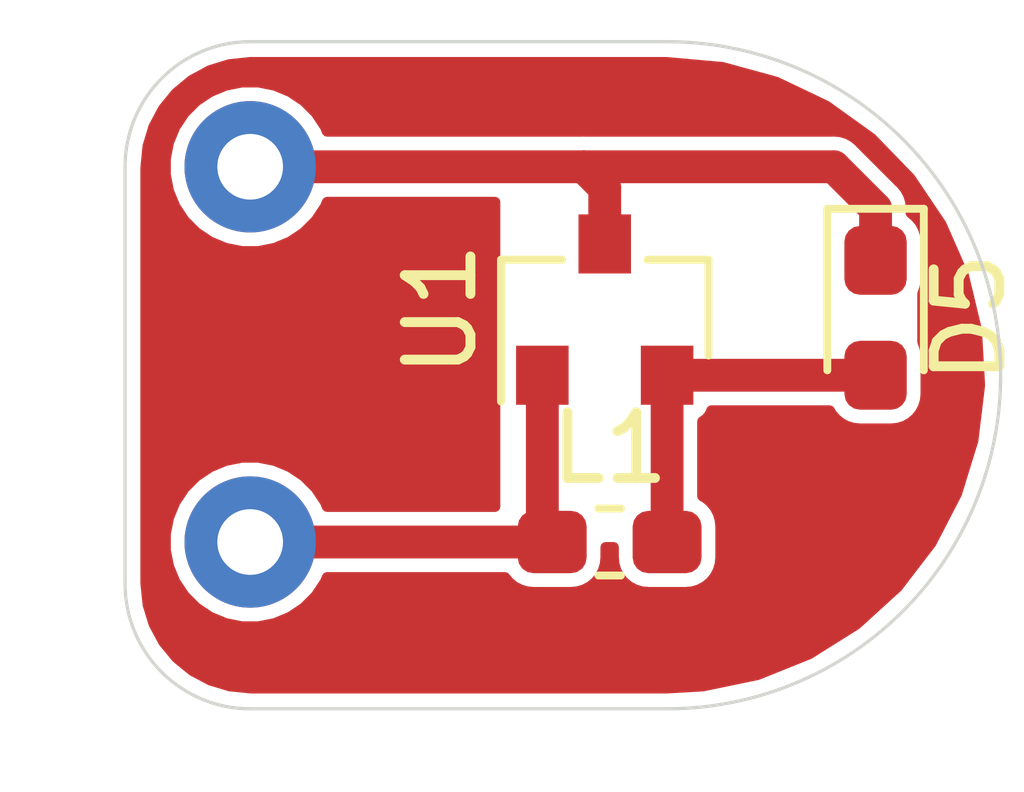
<source format=kicad_pcb>
(kicad_pcb (version 20171130) (host pcbnew "(5.1.9)-1")

  (general
    (thickness 1.6)
    (drawings 6)
    (tracks 13)
    (zones 0)
    (modules 3)
    (nets 4)
  )

  (page A4)
  (layers
    (0 F.Cu signal)
    (31 B.Cu signal)
    (32 B.Adhes user)
    (33 F.Adhes user)
    (34 B.Paste user)
    (35 F.Paste user)
    (36 B.SilkS user)
    (37 F.SilkS user)
    (38 B.Mask user)
    (39 F.Mask user)
    (40 Dwgs.User user)
    (41 Cmts.User user)
    (42 Eco1.User user)
    (43 Eco2.User user)
    (44 Edge.Cuts user)
    (45 Margin user)
    (46 B.CrtYd user)
    (47 F.CrtYd user)
    (48 B.Fab user)
    (49 F.Fab user hide)
  )

  (setup
    (last_trace_width 0.5)
    (user_trace_width 0.5)
    (trace_clearance 0.2)
    (zone_clearance 0.208)
    (zone_45_only no)
    (trace_min 0.2)
    (via_size 0.8)
    (via_drill 0.4)
    (via_min_size 0.4)
    (via_min_drill 0.3)
    (uvia_size 0.3)
    (uvia_drill 0.1)
    (uvias_allowed no)
    (uvia_min_size 0.2)
    (uvia_min_drill 0.1)
    (edge_width 0.05)
    (segment_width 0.2)
    (pcb_text_width 0.3)
    (pcb_text_size 1.5 1.5)
    (mod_edge_width 0.12)
    (mod_text_size 1 1)
    (mod_text_width 0.15)
    (pad_size 1.524 1.524)
    (pad_drill 0.762)
    (pad_to_mask_clearance 0)
    (aux_axis_origin 108.585 80.645)
    (visible_elements 7FFFFFFF)
    (pcbplotparams
      (layerselection 0x010fc_ffffffff)
      (usegerberextensions false)
      (usegerberattributes true)
      (usegerberadvancedattributes true)
      (creategerberjobfile true)
      (excludeedgelayer true)
      (linewidth 0.100000)
      (plotframeref false)
      (viasonmask false)
      (mode 1)
      (useauxorigin false)
      (hpglpennumber 1)
      (hpglpenspeed 20)
      (hpglpendiameter 15.000000)
      (psnegative false)
      (psa4output false)
      (plotreference true)
      (plotvalue true)
      (plotinvisibletext false)
      (padsonsilk false)
      (subtractmaskfromsilk false)
      (outputformat 1)
      (mirror false)
      (drillshape 0)
      (scaleselection 1)
      (outputdirectory "gerbers/"))
  )

  (net 0 "")
  (net 1 "Net-(D1-Pad2)")
  (net 2 "Net-(D2-Pad1)")
  (net 3 "Net-(D5-Pad2)")

  (net_class Default "This is the default net class."
    (clearance 0.2)
    (trace_width 0.25)
    (via_dia 0.8)
    (via_drill 0.4)
    (uvia_dia 0.3)
    (uvia_drill 0.1)
    (add_net "Net-(D1-Pad2)")
    (add_net "Net-(D2-Pad1)")
    (add_net "Net-(D5-Pad2)")
  )

  (module Package_TO_SOT_SMD:SOT-23 (layer F.Cu) (tedit 5A02FF57) (tstamp 5FF8DC16)
    (at 115.89 73.93 90)
    (descr "SOT-23, Standard")
    (tags SOT-23)
    (path /5FF6E683)
    (attr smd)
    (fp_text reference U1 (at 0 -2.5 90) (layer F.SilkS)
      (effects (font (size 1 1) (thickness 0.15)))
    )
    (fp_text value ZXSC380 (at 0 2.5 90) (layer F.Fab)
      (effects (font (size 1 1) (thickness 0.15)))
    )
    (fp_line (start 0.76 1.58) (end -0.7 1.58) (layer F.SilkS) (width 0.12))
    (fp_line (start 0.76 -1.58) (end -1.4 -1.58) (layer F.SilkS) (width 0.12))
    (fp_line (start -1.7 1.75) (end -1.7 -1.75) (layer F.CrtYd) (width 0.05))
    (fp_line (start 1.7 1.75) (end -1.7 1.75) (layer F.CrtYd) (width 0.05))
    (fp_line (start 1.7 -1.75) (end 1.7 1.75) (layer F.CrtYd) (width 0.05))
    (fp_line (start -1.7 -1.75) (end 1.7 -1.75) (layer F.CrtYd) (width 0.05))
    (fp_line (start 0.76 -1.58) (end 0.76 -0.65) (layer F.SilkS) (width 0.12))
    (fp_line (start 0.76 1.58) (end 0.76 0.65) (layer F.SilkS) (width 0.12))
    (fp_line (start -0.7 1.52) (end 0.7 1.52) (layer F.Fab) (width 0.1))
    (fp_line (start 0.7 -1.52) (end 0.7 1.52) (layer F.Fab) (width 0.1))
    (fp_line (start -0.7 -0.95) (end -0.15 -1.52) (layer F.Fab) (width 0.1))
    (fp_line (start -0.15 -1.52) (end 0.7 -1.52) (layer F.Fab) (width 0.1))
    (fp_line (start -0.7 -0.95) (end -0.7 1.5) (layer F.Fab) (width 0.1))
    (fp_text user %R (at 0 0) (layer F.Fab)
      (effects (font (size 0.5 0.5) (thickness 0.075)))
    )
    (pad 1 smd rect (at -1 -0.95 90) (size 0.9 0.8) (layers F.Cu F.Paste F.Mask)
      (net 1 "Net-(D1-Pad2)"))
    (pad 2 smd rect (at -1 0.95 90) (size 0.9 0.8) (layers F.Cu F.Paste F.Mask)
      (net 3 "Net-(D5-Pad2)"))
    (pad 3 smd rect (at 1 0 90) (size 0.9 0.8) (layers F.Cu F.Paste F.Mask)
      (net 2 "Net-(D2-Pad1)"))
    (model ${KISYS3DMOD}/Package_TO_SOT_SMD.3dshapes/SOT-23.wrl
      (at (xyz 0 0 0))
      (scale (xyz 1 1 1))
      (rotate (xyz 0 0 0))
    )
  )

  (module Inductor_SMD:L_0603_1608Metric_Pad1.05x0.95mm_HandSolder (layer F.Cu) (tedit 5F68FEF0) (tstamp 5FF8DC01)
    (at 115.965 77.47)
    (descr "Inductor SMD 0603 (1608 Metric), square (rectangular) end terminal, IPC_7351 nominal with elongated pad for handsoldering. (Body size source: http://www.tortai-tech.com/upload/download/2011102023233369053.pdf), generated with kicad-footprint-generator")
    (tags "inductor handsolder")
    (path /5FF67AED)
    (attr smd)
    (fp_text reference L1 (at 0 -1.43) (layer F.SilkS)
      (effects (font (size 1 1) (thickness 0.15)))
    )
    (fp_text value 100uH (at 0 1.43) (layer F.Fab)
      (effects (font (size 1 1) (thickness 0.15)))
    )
    (fp_line (start 1.65 0.73) (end -1.65 0.73) (layer F.CrtYd) (width 0.05))
    (fp_line (start 1.65 -0.73) (end 1.65 0.73) (layer F.CrtYd) (width 0.05))
    (fp_line (start -1.65 -0.73) (end 1.65 -0.73) (layer F.CrtYd) (width 0.05))
    (fp_line (start -1.65 0.73) (end -1.65 -0.73) (layer F.CrtYd) (width 0.05))
    (fp_line (start -0.171267 0.51) (end 0.171267 0.51) (layer F.SilkS) (width 0.12))
    (fp_line (start -0.171267 -0.51) (end 0.171267 -0.51) (layer F.SilkS) (width 0.12))
    (fp_line (start 0.8 0.4) (end -0.8 0.4) (layer F.Fab) (width 0.1))
    (fp_line (start 0.8 -0.4) (end 0.8 0.4) (layer F.Fab) (width 0.1))
    (fp_line (start -0.8 -0.4) (end 0.8 -0.4) (layer F.Fab) (width 0.1))
    (fp_line (start -0.8 0.4) (end -0.8 -0.4) (layer F.Fab) (width 0.1))
    (fp_text user %R (at 0 0) (layer F.Fab)
      (effects (font (size 0.4 0.4) (thickness 0.06)))
    )
    (pad 1 smd roundrect (at -0.875 0) (size 1.05 0.95) (layers F.Cu F.Paste F.Mask) (roundrect_rratio 0.25)
      (net 1 "Net-(D1-Pad2)"))
    (pad 2 smd roundrect (at 0.875 0) (size 1.05 0.95) (layers F.Cu F.Paste F.Mask) (roundrect_rratio 0.25)
      (net 3 "Net-(D5-Pad2)"))
    (model ${KISYS3DMOD}/Inductor_SMD.3dshapes/L_0603_1608Metric.wrl
      (at (xyz 0 0 0))
      (scale (xyz 1 1 1))
      (rotate (xyz 0 0 0))
    )
  )

  (module LED_SMD:LED_0603_1608Metric_Pad1.05x0.95mm_HandSolder (layer F.Cu) (tedit 5F68FEF1) (tstamp 5FF8DBF0)
    (at 120.015 74.055 270)
    (descr "LED SMD 0603 (1608 Metric), square (rectangular) end terminal, IPC_7351 nominal, (Body size source: http://www.tortai-tech.com/upload/download/2011102023233369053.pdf), generated with kicad-footprint-generator")
    (tags "LED handsolder")
    (path /5FF6BCDC)
    (attr smd)
    (fp_text reference D5 (at 0 -1.43 90) (layer F.SilkS)
      (effects (font (size 1 1) (thickness 0.15)))
    )
    (fp_text value LED (at 0 1.43 90) (layer F.Fab)
      (effects (font (size 1 1) (thickness 0.15)))
    )
    (fp_line (start 1.65 0.73) (end -1.65 0.73) (layer F.CrtYd) (width 0.05))
    (fp_line (start 1.65 -0.73) (end 1.65 0.73) (layer F.CrtYd) (width 0.05))
    (fp_line (start -1.65 -0.73) (end 1.65 -0.73) (layer F.CrtYd) (width 0.05))
    (fp_line (start -1.65 0.73) (end -1.65 -0.73) (layer F.CrtYd) (width 0.05))
    (fp_line (start -1.66 0.735) (end 0.8 0.735) (layer F.SilkS) (width 0.12))
    (fp_line (start -1.66 -0.735) (end -1.66 0.735) (layer F.SilkS) (width 0.12))
    (fp_line (start 0.8 -0.735) (end -1.66 -0.735) (layer F.SilkS) (width 0.12))
    (fp_line (start 0.8 0.4) (end 0.8 -0.4) (layer F.Fab) (width 0.1))
    (fp_line (start -0.8 0.4) (end 0.8 0.4) (layer F.Fab) (width 0.1))
    (fp_line (start -0.8 -0.1) (end -0.8 0.4) (layer F.Fab) (width 0.1))
    (fp_line (start -0.5 -0.4) (end -0.8 -0.1) (layer F.Fab) (width 0.1))
    (fp_line (start 0.8 -0.4) (end -0.5 -0.4) (layer F.Fab) (width 0.1))
    (fp_text user %R (at 0 0 90) (layer F.Fab)
      (effects (font (size 0.4 0.4) (thickness 0.06)))
    )
    (pad 1 smd roundrect (at -0.875 0 270) (size 1.05 0.95) (layers F.Cu F.Paste F.Mask) (roundrect_rratio 0.25)
      (net 2 "Net-(D2-Pad1)"))
    (pad 2 smd roundrect (at 0.875 0 270) (size 1.05 0.95) (layers F.Cu F.Paste F.Mask) (roundrect_rratio 0.25)
      (net 3 "Net-(D5-Pad2)"))
    (model ${KISYS3DMOD}/LED_SMD.3dshapes/LED_0603_1608Metric.wrl
      (at (xyz 0 0 0))
      (scale (xyz 1 1 1))
      (rotate (xyz 0 0 0))
    )
  )

  (gr_arc (start 110.49 78.105) (end 108.585 78.105) (angle -90) (layer Edge.Cuts) (width 0.05))
  (gr_arc (start 110.49 71.755) (end 110.49 69.85) (angle -90) (layer Edge.Cuts) (width 0.05))
  (gr_arc (start 116.84 74.93) (end 116.84 80.01) (angle -180) (layer Edge.Cuts) (width 0.05))
  (gr_line (start 110.49 69.85) (end 116.84 69.85) (layer Edge.Cuts) (width 0.05))
  (gr_line (start 108.585 78.105) (end 108.585 71.755) (layer Edge.Cuts) (width 0.05))
  (gr_line (start 116.84 80.01) (end 110.49 80.01) (layer Edge.Cuts) (width 0.05))

  (via (at 110.49 77.47) (size 2) (drill 1) (layers F.Cu B.Cu) (net 1))
  (segment (start 114.94 77.32) (end 115.09 77.47) (width 0.5) (layer F.Cu) (net 1))
  (segment (start 114.94 74.93) (end 114.94 77.32) (width 0.5) (layer F.Cu) (net 1))
  (segment (start 115.09 77.47) (end 110.49 77.47) (width 0.5) (layer F.Cu) (net 1))
  (via (at 110.49 71.755) (size 2) (drill 1) (layers F.Cu B.Cu) (net 2))
  (segment (start 120.015 72.39) (end 120.015 73.18) (width 0.5) (layer F.Cu) (net 2))
  (segment (start 119.38 71.755) (end 120.015 72.39) (width 0.5) (layer F.Cu) (net 2))
  (segment (start 115.89 72.075) (end 115.57 71.755) (width 0.5) (layer F.Cu) (net 2))
  (segment (start 115.57 71.755) (end 119.38 71.755) (width 0.5) (layer F.Cu) (net 2))
  (segment (start 115.89 72.93) (end 115.89 72.075) (width 0.5) (layer F.Cu) (net 2))
  (segment (start 110.49 71.755) (end 115.57 71.755) (width 0.5) (layer F.Cu) (net 2))
  (segment (start 120.015 74.93) (end 116.84 74.93) (width 0.5) (layer F.Cu) (net 3))
  (segment (start 116.84 77.47) (end 116.84 74.93) (width 0.5) (layer F.Cu) (net 3))

  (zone (net 0) (net_name "") (layer F.Cu) (tstamp 0) (hatch edge 0.508)
    (connect_pads (clearance 0.208))
    (min_thickness 0.154)
    (fill yes (arc_segments 32) (thermal_gap 0.508) (thermal_bridge_width 0.508))
    (polygon
      (pts
        (xy 121.92 69.85) (xy 121.92 80.645) (xy 118.745 80.01) (xy 109.855 81.28) (xy 106.68 79.375)
        (xy 107.315 69.215)
      )
    )
    (filled_polygon
      (pts
        (xy 117.684475 70.2366) (xy 118.502261 70.46032) (xy 119.267498 70.825321) (xy 119.956013 71.320067) (xy 120.546027 71.928916)
        (xy 121.018905 72.632631) (xy 121.359687 73.408954) (xy 121.55761 74.233364) (xy 121.606414 75.07979) (xy 121.504559 75.921483)
        (xy 121.255261 76.731837) (xy 120.866407 77.48523) (xy 120.350276 78.157864) (xy 119.723193 78.728466) (xy 119.004975 79.179004)
        (xy 118.218328 79.495234) (xy 117.383309 79.668158) (xy 116.831069 79.7) (xy 110.505166 79.7) (xy 110.180483 79.668165)
        (xy 109.88276 79.578277) (xy 109.60816 79.432269) (xy 109.367157 79.235711) (xy 109.168916 78.996079) (xy 109.020999 78.722512)
        (xy 108.929034 78.425421) (xy 108.895 78.101613) (xy 108.895 71.770165) (xy 108.908895 71.628439) (xy 109.205 71.628439)
        (xy 109.205 71.881561) (xy 109.254381 72.129821) (xy 109.351247 72.363676) (xy 109.491875 72.57414) (xy 109.67086 72.753125)
        (xy 109.881324 72.893753) (xy 110.115179 72.990619) (xy 110.363439 73.04) (xy 110.616561 73.04) (xy 110.864821 72.990619)
        (xy 111.098676 72.893753) (xy 111.30914 72.753125) (xy 111.488125 72.57414) (xy 111.628753 72.363676) (xy 111.659271 72.29)
        (xy 114.223 72.29) (xy 114.223 76.935) (xy 111.659271 76.935) (xy 111.628753 76.861324) (xy 111.488125 76.65086)
        (xy 111.30914 76.471875) (xy 111.098676 76.331247) (xy 110.864821 76.234381) (xy 110.616561 76.185) (xy 110.363439 76.185)
        (xy 110.115179 76.234381) (xy 109.881324 76.331247) (xy 109.67086 76.471875) (xy 109.491875 76.65086) (xy 109.351247 76.861324)
        (xy 109.254381 77.095179) (xy 109.205 77.343439) (xy 109.205 77.596561) (xy 109.254381 77.844821) (xy 109.351247 78.078676)
        (xy 109.491875 78.28914) (xy 109.67086 78.468125) (xy 109.881324 78.608753) (xy 110.115179 78.705619) (xy 110.363439 78.755)
        (xy 110.616561 78.755) (xy 110.864821 78.705619) (xy 111.098676 78.608753) (xy 111.30914 78.468125) (xy 111.488125 78.28914)
        (xy 111.628753 78.078676) (xy 111.659271 78.005) (xy 114.372204 78.005) (xy 114.432062 78.077938) (xy 114.511449 78.143089)
        (xy 114.602021 78.1915) (xy 114.700296 78.221312) (xy 114.8025 78.231378) (xy 115.3775 78.231378) (xy 115.479704 78.221312)
        (xy 115.577979 78.1915) (xy 115.668551 78.143089) (xy 115.747938 78.077938) (xy 115.813089 77.998551) (xy 115.8615 77.907979)
        (xy 115.891312 77.809704) (xy 115.901378 77.7075) (xy 115.901378 77.547) (xy 116.028622 77.547) (xy 116.028622 77.7075)
        (xy 116.038688 77.809704) (xy 116.0685 77.907979) (xy 116.116911 77.998551) (xy 116.182062 78.077938) (xy 116.261449 78.143089)
        (xy 116.352021 78.1915) (xy 116.450296 78.221312) (xy 116.5525 78.231378) (xy 117.1275 78.231378) (xy 117.229704 78.221312)
        (xy 117.327979 78.1915) (xy 117.418551 78.143089) (xy 117.497938 78.077938) (xy 117.563089 77.998551) (xy 117.6115 77.907979)
        (xy 117.641312 77.809704) (xy 117.651378 77.7075) (xy 117.651378 77.2325) (xy 117.641312 77.130296) (xy 117.6115 77.032021)
        (xy 117.563089 76.941449) (xy 117.497938 76.862062) (xy 117.418551 76.796911) (xy 117.375 76.773633) (xy 117.375 75.630998)
        (xy 117.399103 75.618115) (xy 117.4425 75.5825) (xy 117.478115 75.539103) (xy 117.504579 75.489592) (xy 117.512039 75.465)
        (xy 119.318633 75.465) (xy 119.341911 75.508551) (xy 119.407062 75.587938) (xy 119.486449 75.653089) (xy 119.577021 75.7015)
        (xy 119.675296 75.731312) (xy 119.7775 75.741378) (xy 120.2525 75.741378) (xy 120.354704 75.731312) (xy 120.452979 75.7015)
        (xy 120.543551 75.653089) (xy 120.622938 75.587938) (xy 120.688089 75.508551) (xy 120.7365 75.417979) (xy 120.766312 75.319704)
        (xy 120.776378 75.2175) (xy 120.776378 74.6425) (xy 120.766312 74.540296) (xy 120.7365 74.442021) (xy 120.727 74.424247)
        (xy 120.727 73.685753) (xy 120.7365 73.667979) (xy 120.766312 73.569704) (xy 120.776378 73.4675) (xy 120.776378 72.8925)
        (xy 120.766312 72.790296) (xy 120.7365 72.692021) (xy 120.688089 72.601449) (xy 120.622938 72.522062) (xy 120.55 72.462204)
        (xy 120.55 72.416275) (xy 120.552588 72.39) (xy 120.542258 72.285122) (xy 120.511667 72.184273) (xy 120.47449 72.114722)
        (xy 120.461988 72.091332) (xy 120.395132 72.009868) (xy 120.374721 71.993117) (xy 119.776887 71.395284) (xy 119.760132 71.374868)
        (xy 119.678668 71.308012) (xy 119.585726 71.258333) (xy 119.484878 71.227742) (xy 119.406275 71.22) (xy 119.406268 71.22)
        (xy 119.38 71.217413) (xy 119.353732 71.22) (xy 115.596268 71.22) (xy 115.57 71.217413) (xy 115.543732 71.22)
        (xy 111.659271 71.22) (xy 111.628753 71.146324) (xy 111.488125 70.93586) (xy 111.30914 70.756875) (xy 111.098676 70.616247)
        (xy 110.864821 70.519381) (xy 110.616561 70.47) (xy 110.363439 70.47) (xy 110.115179 70.519381) (xy 109.881324 70.616247)
        (xy 109.67086 70.756875) (xy 109.491875 70.93586) (xy 109.351247 71.146324) (xy 109.254381 71.380179) (xy 109.205 71.628439)
        (xy 108.908895 71.628439) (xy 108.926834 71.445487) (xy 109.016724 71.147759) (xy 109.162729 70.873163) (xy 109.359289 70.632157)
        (xy 109.598919 70.433917) (xy 109.872488 70.285999) (xy 110.169579 70.194034) (xy 110.493387 70.16) (xy 116.826191 70.16)
      )
    )
  )
  (zone (net 0) (net_name "") (layer F.Cu) (tstamp 0) (hatch edge 0.508)
    (connect_pads (clearance 0.208))
    (min_thickness 0.154)
    (keepout (tracks allowed) (vias allowed) (copperpour not_allowed))
    (fill (arc_segments 32) (thermal_gap 0.508) (thermal_bridge_width 0.508))
    (polygon
      (pts
        (xy 120.65 73.025) (xy 120.65 74.93) (xy 116.84 74.93) (xy 116.84 77.47) (xy 114.3 77.47)
        (xy 114.3 71.755) (xy 119.38 71.755)
      )
    )
  )
)

</source>
